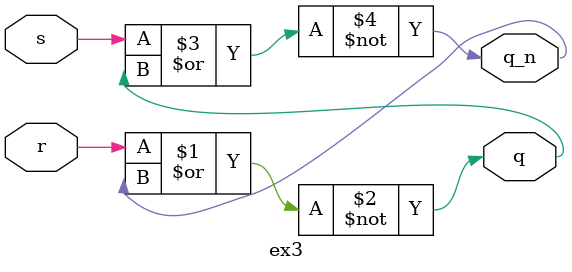
<source format=v>
module ex3
(
	input s,
	input r,
	output q,
	output q_n
);
	assign q = ~ ( r | q_n ) ;
	assign q_n = ~ ( s | q ) ;
endmodule
</source>
